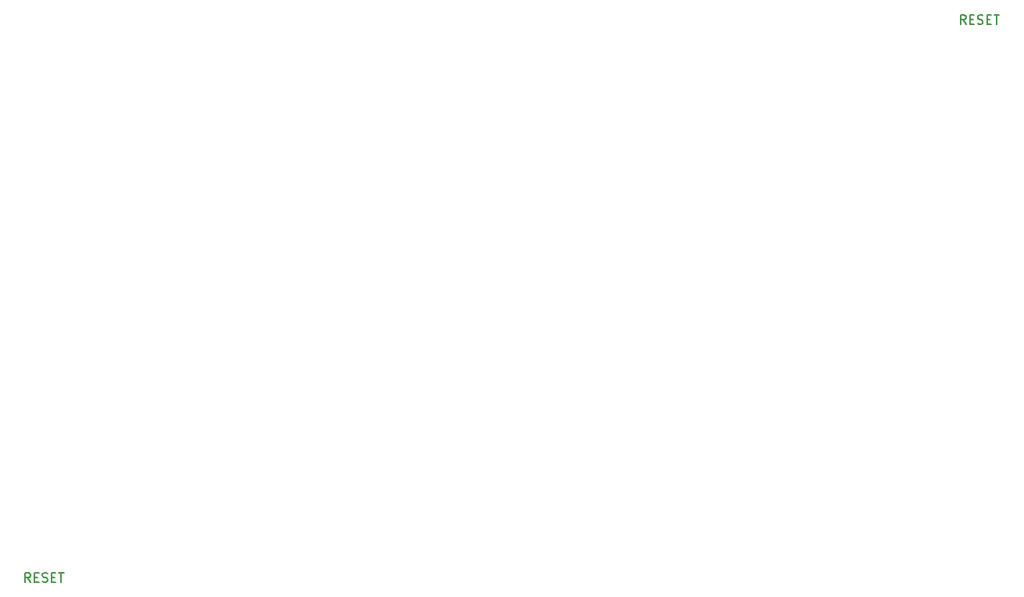
<source format=gbr>
%TF.GenerationSoftware,KiCad,Pcbnew,(5.99.0-12118-g897269f33f)*%
%TF.CreationDate,2021-09-12T17:19:33-04:00*%
%TF.ProjectId,dadboard,64616462-6f61-4726-942e-6b696361645f,rev?*%
%TF.SameCoordinates,Original*%
%TF.FileFunction,Legend,Top*%
%TF.FilePolarity,Positive*%
%FSLAX46Y46*%
G04 Gerber Fmt 4.6, Leading zero omitted, Abs format (unit mm)*
G04 Created by KiCad (PCBNEW (5.99.0-12118-g897269f33f)) date 2021-09-12 17:19:33*
%MOMM*%
%LPD*%
G01*
G04 APERTURE LIST*
%ADD10C,0.150000*%
G04 APERTURE END LIST*
D10*
%TO.C,JP1*%
X-44789380Y36195619D02*
X-45122714Y36671809D01*
X-45360809Y36195619D02*
X-45360809Y37195619D01*
X-44979857Y37195619D01*
X-44884619Y37148000D01*
X-44837000Y37100380D01*
X-44789380Y37005142D01*
X-44789380Y36862285D01*
X-44837000Y36767047D01*
X-44884619Y36719428D01*
X-44979857Y36671809D01*
X-45360809Y36671809D01*
X-44360809Y36719428D02*
X-44027476Y36719428D01*
X-43884619Y36195619D02*
X-44360809Y36195619D01*
X-44360809Y37195619D01*
X-43884619Y37195619D01*
X-43503666Y36243238D02*
X-43360809Y36195619D01*
X-43122714Y36195619D01*
X-43027476Y36243238D01*
X-42979857Y36290857D01*
X-42932238Y36386095D01*
X-42932238Y36481333D01*
X-42979857Y36576571D01*
X-43027476Y36624190D01*
X-43122714Y36671809D01*
X-43313190Y36719428D01*
X-43408428Y36767047D01*
X-43456047Y36814666D01*
X-43503666Y36909904D01*
X-43503666Y37005142D01*
X-43456047Y37100380D01*
X-43408428Y37148000D01*
X-43313190Y37195619D01*
X-43075095Y37195619D01*
X-42932238Y37148000D01*
X-42503666Y36719428D02*
X-42170333Y36719428D01*
X-42027476Y36195619D02*
X-42503666Y36195619D01*
X-42503666Y37195619D01*
X-42027476Y37195619D01*
X-41741761Y37195619D02*
X-41170333Y37195619D01*
X-41456047Y36195619D02*
X-41456047Y37195619D01*
%TO.C,JP2*%
X56531619Y96647619D02*
X56198285Y97123809D01*
X55960190Y96647619D02*
X55960190Y97647619D01*
X56341142Y97647619D01*
X56436380Y97600000D01*
X56484000Y97552380D01*
X56531619Y97457142D01*
X56531619Y97314285D01*
X56484000Y97219047D01*
X56436380Y97171428D01*
X56341142Y97123809D01*
X55960190Y97123809D01*
X56960190Y97171428D02*
X57293523Y97171428D01*
X57436380Y96647619D02*
X56960190Y96647619D01*
X56960190Y97647619D01*
X57436380Y97647619D01*
X57817333Y96695238D02*
X57960190Y96647619D01*
X58198285Y96647619D01*
X58293523Y96695238D01*
X58341142Y96742857D01*
X58388761Y96838095D01*
X58388761Y96933333D01*
X58341142Y97028571D01*
X58293523Y97076190D01*
X58198285Y97123809D01*
X58007809Y97171428D01*
X57912571Y97219047D01*
X57864952Y97266666D01*
X57817333Y97361904D01*
X57817333Y97457142D01*
X57864952Y97552380D01*
X57912571Y97600000D01*
X58007809Y97647619D01*
X58245904Y97647619D01*
X58388761Y97600000D01*
X58817333Y97171428D02*
X59150666Y97171428D01*
X59293523Y96647619D02*
X58817333Y96647619D01*
X58817333Y97647619D01*
X59293523Y97647619D01*
X59579238Y97647619D02*
X60150666Y97647619D01*
X59864952Y96647619D02*
X59864952Y97647619D01*
%TD*%
M02*

</source>
